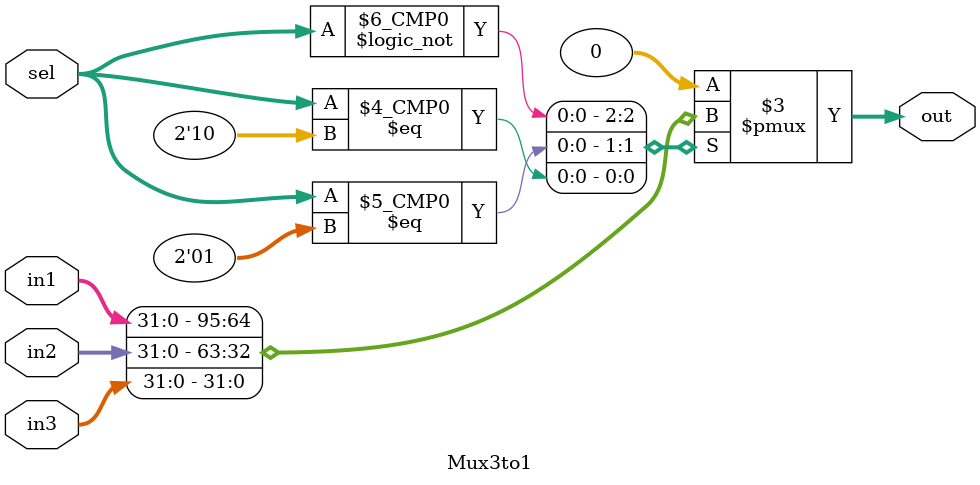
<source format=v>
module Mux3to1 #(parameter N = 32)(sel,in1,in2,in3,out);
    input [1:0]sel;
    input [N-1:0]in1,in2,in3;
    output reg [N-1:0]out;
    always @(sel,in1,in2,in3) begin
        out={N{1'b0}};
        case (sel)
            2'd0 : out=in1;
            2'd1 : out=in2;
            2'd2 : out=in3;
            default: out={N{1'b0}};
        endcase
        
    end
    
endmodule
</source>
